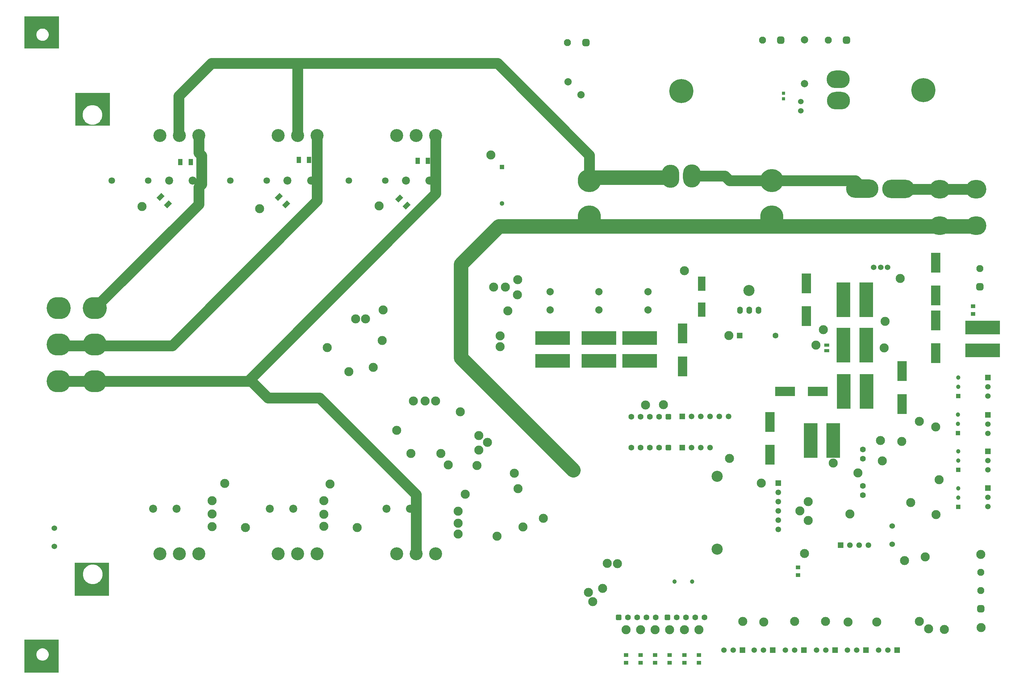
<source format=gbr>
%TF.GenerationSoftware,Altium Limited,Altium Designer,21.6.4 (81)*%
G04 Layer_Color=8388736*
%FSLAX43Y43*%
%MOMM*%
%TF.SameCoordinates,76D5CAF9-2094-4FD7-9A7B-915B2AFADFAF*%
%TF.FilePolarity,Negative*%
%TF.FileFunction,Soldermask,Top*%
%TF.Part,Single*%
G01*
G75*
%TA.AperFunction,SMDPad,CuDef*%
%ADD17R,2.500X5.500*%
%ADD18R,5.500X2.500*%
%ADD19R,3.750X9.500*%
%ADD20R,9.500X3.750*%
%ADD21R,1.200X1.100*%
%ADD22R,1.350X0.950*%
%ADD23R,2.000X4.000*%
%ADD24R,0.900X0.850*%
G04:AMPARAMS|DCode=25|XSize=1.8mm|YSize=1.3mm|CornerRadius=0mm|HoleSize=0mm|Usage=FLASHONLY|Rotation=45.000|XOffset=0mm|YOffset=0mm|HoleType=Round|Shape=Rectangle|*
%AMROTATEDRECTD25*
4,1,4,-0.177,-1.096,-1.096,-0.177,0.177,1.096,1.096,0.177,-0.177,-1.096,0.0*
%
%ADD25ROTATEDRECTD25*%

%ADD26R,1.300X1.800*%
%TA.AperFunction,ComponentPad*%
%ADD37C,6.604*%
%ADD38C,1.524*%
%ADD39C,2.000*%
%ADD40C,3.556*%
%ADD41C,1.950*%
G04:AMPARAMS|DCode=42|XSize=1.95mm|YSize=1.95mm|CornerRadius=0.488mm|HoleSize=0mm|Usage=FLASHONLY|Rotation=90.000|XOffset=0mm|YOffset=0mm|HoleType=Round|Shape=RoundedRectangle|*
%AMROUNDEDRECTD42*
21,1,1.950,0.975,0,0,90.0*
21,1,0.975,1.950,0,0,90.0*
1,1,0.975,0.488,0.488*
1,1,0.975,0.488,-0.488*
1,1,0.975,-0.488,-0.488*
1,1,0.975,-0.488,0.488*
%
%ADD42ROUNDEDRECTD42*%
%ADD44C,1.600*%
G04:AMPARAMS|DCode=45|XSize=1.6mm|YSize=1.6mm|CornerRadius=0.4mm|HoleSize=0mm|Usage=FLASHONLY|Rotation=180.000|XOffset=0mm|YOffset=0mm|HoleType=Round|Shape=RoundedRectangle|*
%AMROUNDEDRECTD45*
21,1,1.600,0.800,0,0,180.0*
21,1,0.800,1.600,0,0,180.0*
1,1,0.800,-0.400,0.400*
1,1,0.800,0.400,0.400*
1,1,0.800,0.400,-0.400*
1,1,0.800,-0.400,-0.400*
%
%ADD45ROUNDEDRECTD45*%
%ADD46C,1.550*%
%ADD47R,1.550X1.550*%
%ADD48R,1.500X1.500*%
%ADD49C,1.500*%
%ADD50R,1.550X1.550*%
%ADD51R,1.600X1.600*%
G04:AMPARAMS|DCode=52|XSize=1.95mm|YSize=1.95mm|CornerRadius=0.488mm|HoleSize=0mm|Usage=FLASHONLY|Rotation=180.000|XOffset=0mm|YOffset=0mm|HoleType=Round|Shape=RoundedRectangle|*
%AMROUNDEDRECTD52*
21,1,1.950,0.975,0,0,180.0*
21,1,0.975,1.950,0,0,180.0*
1,1,0.975,-0.488,0.488*
1,1,0.975,0.488,0.488*
1,1,0.975,0.488,-0.488*
1,1,0.975,-0.488,-0.488*
%
%ADD52ROUNDEDRECTD52*%
%ADD53O,4.826X6.350*%
%ADD54C,6.350*%
%ADD55O,6.350X4.826*%
%ADD56C,1.300*%
%ADD57R,1.300X1.300*%
%ADD58C,1.200*%
%ADD59R,1.200X1.200*%
%ADD60R,1.500X1.500*%
%ADD61C,2.200*%
%ADD62O,6.600X6.000*%
%ADD63O,5.588X5.080*%
%ADD64O,1.524X2.032*%
%ADD65C,3.048*%
%ADD66C,1.800*%
%ADD67O,8.890X5.080*%
%TA.AperFunction,NonConductor*%
%ADD120C,3.000*%
%ADD121C,4.000*%
%TA.AperFunction,ComponentPad*%
%ADD123C,2.489*%
G36*
X9456Y46D02*
X31D01*
Y9062D01*
X9456D01*
Y46D01*
D02*
G37*
G36*
X23261Y21133D02*
X13836D01*
Y30149D01*
X23261D01*
Y21133D01*
D02*
G37*
G36*
X23456Y150046D02*
X14031D01*
Y159062D01*
X23456D01*
Y150046D01*
D02*
G37*
G36*
X9515Y171209D02*
X31D01*
Y180046D01*
X9515D01*
Y171209D01*
D02*
G37*
%LPC*%
G36*
X5148Y6684D02*
X4852D01*
X4835Y6680D01*
X4816D01*
X4527Y6622D01*
X4510Y6615D01*
X4492Y6612D01*
X4219Y6499D01*
X4204Y6489D01*
X4188Y6482D01*
X3942Y6318D01*
X3929Y6305D01*
X3914Y6295D01*
X3705Y6086D01*
X3695Y6071D01*
X3682Y6058D01*
X3518Y5812D01*
X3511Y5796D01*
X3501Y5781D01*
X3388Y5508D01*
X3385Y5490D01*
X3378Y5473D01*
X3320Y5184D01*
Y5165D01*
X3316Y5148D01*
Y5000D01*
Y4852D01*
X3320Y4835D01*
Y4816D01*
X3378Y4527D01*
X3385Y4510D01*
X3388Y4492D01*
X3501Y4219D01*
X3511Y4204D01*
X3518Y4188D01*
X3682Y3942D01*
X3695Y3929D01*
X3705Y3914D01*
X3914Y3705D01*
X3929Y3695D01*
X3942Y3682D01*
X4188Y3518D01*
X4204Y3511D01*
X4219Y3501D01*
X4492Y3388D01*
X4510Y3385D01*
X4527Y3378D01*
X4816Y3320D01*
X4835D01*
X4852Y3316D01*
X5148D01*
X5165Y3320D01*
X5184D01*
X5473Y3378D01*
X5490Y3385D01*
X5508Y3388D01*
X5781Y3501D01*
X5796Y3511D01*
X5812Y3518D01*
X6058Y3682D01*
X6071Y3695D01*
X6086Y3705D01*
X6295Y3914D01*
X6305Y3929D01*
X6318Y3942D01*
X6482Y4188D01*
X6489Y4204D01*
X6499Y4219D01*
X6612Y4492D01*
X6615Y4510D01*
X6622Y4527D01*
X6680Y4816D01*
Y4835D01*
X6684Y4852D01*
Y5000D01*
Y5148D01*
X6680Y5165D01*
Y5184D01*
X6622Y5473D01*
X6615Y5490D01*
X6612Y5508D01*
X6499Y5781D01*
X6489Y5796D01*
X6482Y5812D01*
X6318Y6058D01*
X6305Y6071D01*
X6295Y6086D01*
X6086Y6295D01*
X6071Y6305D01*
X6058Y6318D01*
X5812Y6482D01*
X5796Y6489D01*
X5781Y6499D01*
X5508Y6612D01*
X5490Y6615D01*
X5473Y6622D01*
X5184Y6680D01*
X5165D01*
X5148Y6684D01*
D02*
G37*
G36*
X19026Y29684D02*
X18534D01*
X18516Y29680D01*
X18498D01*
X18015Y29584D01*
X17998Y29577D01*
X17981Y29573D01*
X17526Y29385D01*
X17511Y29375D01*
X17494Y29368D01*
X17084Y29094D01*
X17072Y29082D01*
X17057Y29072D01*
X16708Y28723D01*
X16698Y28708D01*
X16686Y28696D01*
X16412Y28286D01*
X16405Y28269D01*
X16395Y28254D01*
X16207Y27799D01*
X16203Y27782D01*
X16196Y27765D01*
X16100Y27282D01*
Y27264D01*
X16096Y27246D01*
Y27000D01*
Y26754D01*
X16100Y26736D01*
Y26718D01*
X16196Y26235D01*
X16203Y26218D01*
X16207Y26201D01*
X16395Y25746D01*
X16405Y25731D01*
X16412Y25714D01*
X16686Y25304D01*
X16698Y25292D01*
X16708Y25277D01*
X17057Y24928D01*
X17072Y24918D01*
X17084Y24906D01*
X17494Y24632D01*
X17511Y24625D01*
X17526Y24615D01*
X17981Y24427D01*
X17998Y24423D01*
X18015Y24416D01*
X18498Y24320D01*
X18516D01*
X18534Y24316D01*
X19026D01*
X19044Y24320D01*
X19062D01*
X19545Y24416D01*
X19562Y24423D01*
X19579Y24427D01*
X20034Y24615D01*
X20049Y24625D01*
X20066Y24632D01*
X20476Y24906D01*
X20488Y24918D01*
X20503Y24928D01*
X20852Y25277D01*
X20862Y25292D01*
X20874Y25304D01*
X21148Y25714D01*
X21155Y25731D01*
X21165Y25746D01*
X21353Y26201D01*
X21357Y26218D01*
X21364Y26235D01*
X21460Y26718D01*
Y26736D01*
X21464Y26754D01*
Y27000D01*
Y27246D01*
X21460Y27264D01*
Y27282D01*
X21364Y27765D01*
X21357Y27782D01*
X21353Y27799D01*
X21165Y28254D01*
X21155Y28269D01*
X21148Y28286D01*
X20874Y28696D01*
X20862Y28708D01*
X20852Y28723D01*
X20503Y29072D01*
X20488Y29082D01*
X20476Y29094D01*
X20066Y29368D01*
X20049Y29375D01*
X20034Y29385D01*
X19579Y29573D01*
X19562Y29577D01*
X19545Y29584D01*
X19062Y29680D01*
X19044D01*
X19026Y29684D01*
D02*
G37*
G36*
X18946Y155684D02*
X18454D01*
X18436Y155680D01*
X18418D01*
X17935Y155584D01*
X17918Y155577D01*
X17901Y155573D01*
X17446Y155385D01*
X17431Y155375D01*
X17414Y155368D01*
X17004Y155094D01*
X16992Y155082D01*
X16977Y155072D01*
X16628Y154723D01*
X16618Y154708D01*
X16606Y154696D01*
X16332Y154286D01*
X16325Y154269D01*
X16315Y154254D01*
X16127Y153799D01*
X16123Y153782D01*
X16116Y153765D01*
X16020Y153282D01*
Y153264D01*
X16016Y153246D01*
Y153000D01*
Y152754D01*
X16020Y152736D01*
Y152718D01*
X16116Y152235D01*
X16123Y152218D01*
X16127Y152201D01*
X16315Y151746D01*
X16325Y151731D01*
X16332Y151714D01*
X16606Y151304D01*
X16618Y151292D01*
X16628Y151277D01*
X16977Y150928D01*
X16992Y150918D01*
X17004Y150906D01*
X17414Y150632D01*
X17431Y150625D01*
X17446Y150615D01*
X17901Y150427D01*
X17918Y150423D01*
X17935Y150416D01*
X18418Y150320D01*
X18436D01*
X18454Y150316D01*
X18946D01*
X18964Y150320D01*
X18982D01*
X19465Y150416D01*
X19482Y150423D01*
X19499Y150427D01*
X19954Y150615D01*
X19969Y150625D01*
X19986Y150632D01*
X20396Y150906D01*
X20408Y150918D01*
X20423Y150928D01*
X20772Y151277D01*
X20782Y151292D01*
X20794Y151304D01*
X21068Y151714D01*
X21075Y151731D01*
X21085Y151746D01*
X21273Y152201D01*
X21277Y152218D01*
X21284Y152235D01*
X21380Y152718D01*
Y152736D01*
X21384Y152754D01*
Y153000D01*
Y153246D01*
X21380Y153264D01*
Y153282D01*
X21284Y153765D01*
X21277Y153782D01*
X21273Y153799D01*
X21085Y154254D01*
X21075Y154269D01*
X21068Y154286D01*
X20794Y154696D01*
X20782Y154708D01*
X20772Y154723D01*
X20423Y155072D01*
X20408Y155082D01*
X20396Y155094D01*
X19986Y155368D01*
X19969Y155375D01*
X19954Y155385D01*
X19499Y155573D01*
X19482Y155577D01*
X19465Y155584D01*
X18982Y155680D01*
X18964D01*
X18946Y155684D01*
D02*
G37*
G36*
X5148Y176684D02*
X4852D01*
X4835Y176680D01*
X4816D01*
X4527Y176622D01*
X4510Y176615D01*
X4492Y176612D01*
X4219Y176499D01*
X4204Y176489D01*
X4188Y176482D01*
X3942Y176318D01*
X3929Y176305D01*
X3914Y176295D01*
X3705Y176086D01*
X3695Y176071D01*
X3682Y176058D01*
X3518Y175812D01*
X3511Y175796D01*
X3501Y175781D01*
X3388Y175508D01*
X3385Y175490D01*
X3378Y175473D01*
X3320Y175184D01*
Y175165D01*
X3316Y175148D01*
Y175000D01*
Y174852D01*
X3320Y174835D01*
Y174816D01*
X3378Y174527D01*
X3385Y174510D01*
X3388Y174492D01*
X3501Y174219D01*
X3511Y174204D01*
X3518Y174188D01*
X3682Y173942D01*
X3695Y173929D01*
X3705Y173914D01*
X3914Y173705D01*
X3929Y173695D01*
X3942Y173682D01*
X4188Y173518D01*
X4204Y173511D01*
X4219Y173501D01*
X4492Y173388D01*
X4510Y173385D01*
X4527Y173378D01*
X4816Y173320D01*
X4835D01*
X4852Y173316D01*
X5148D01*
X5165Y173320D01*
X5184D01*
X5473Y173378D01*
X5490Y173385D01*
X5508Y173388D01*
X5781Y173501D01*
X5796Y173511D01*
X5812Y173518D01*
X6058Y173682D01*
X6071Y173695D01*
X6086Y173705D01*
X6295Y173914D01*
X6305Y173929D01*
X6318Y173942D01*
X6482Y174188D01*
X6489Y174204D01*
X6499Y174219D01*
X6612Y174492D01*
X6615Y174510D01*
X6622Y174527D01*
X6680Y174816D01*
Y174835D01*
X6684Y174852D01*
Y175000D01*
Y175148D01*
X6680Y175165D01*
Y175184D01*
X6622Y175473D01*
X6615Y175490D01*
X6612Y175508D01*
X6499Y175781D01*
X6489Y175796D01*
X6482Y175812D01*
X6318Y176058D01*
X6305Y176071D01*
X6295Y176086D01*
X6086Y176295D01*
X6071Y176305D01*
X6058Y176318D01*
X5812Y176482D01*
X5796Y176489D01*
X5781Y176499D01*
X5508Y176612D01*
X5490Y176615D01*
X5473Y176622D01*
X5184Y176680D01*
X5165D01*
X5148Y176684D01*
D02*
G37*
%LPD*%
D17*
X250000Y112500D02*
D03*
Y103500D02*
D03*
X180575Y84050D02*
D03*
Y93050D02*
D03*
X204525Y68775D02*
D03*
Y59775D02*
D03*
X240775Y73725D02*
D03*
Y82725D02*
D03*
X214450Y97825D02*
D03*
Y106825D02*
D03*
X250000Y96625D02*
D03*
Y87625D02*
D03*
D18*
X208625Y77175D02*
D03*
X217625D02*
D03*
D19*
X231025Y77175D02*
D03*
X224775D02*
D03*
X230900Y102350D02*
D03*
X224650D02*
D03*
X224650Y89883D02*
D03*
X230900D02*
D03*
X215650Y63725D02*
D03*
X221900D02*
D03*
D20*
X262800Y94650D02*
D03*
Y88400D02*
D03*
X144872Y85525D02*
D03*
Y91775D02*
D03*
X157565Y85525D02*
D03*
Y91775D02*
D03*
X168750Y85525D02*
D03*
Y91775D02*
D03*
D21*
X260200Y98418D02*
D03*
Y100518D02*
D03*
X212225Y26825D02*
D03*
Y28925D02*
D03*
X169021Y4871D02*
D03*
Y2771D02*
D03*
X173021Y4871D02*
D03*
Y2771D02*
D03*
X165021D02*
D03*
X177021D02*
D03*
X181021D02*
D03*
X185021D02*
D03*
X165021Y4871D02*
D03*
X177021D02*
D03*
X181021D02*
D03*
X185021D02*
D03*
D22*
X220100Y88325D02*
D03*
Y89825D02*
D03*
D23*
X185750Y106675D02*
D03*
Y99575D02*
D03*
D24*
X208246Y158967D02*
D03*
Y157417D02*
D03*
D25*
X37392Y130508D02*
D03*
X39408Y128492D02*
D03*
X71808D02*
D03*
X69792Y130508D02*
D03*
X102792Y130108D02*
D03*
X104808Y128092D02*
D03*
D26*
X75275Y140700D02*
D03*
X78125D02*
D03*
X107875Y140400D02*
D03*
X110725D02*
D03*
X42825Y140100D02*
D03*
X45675D02*
D03*
D37*
X246539Y159840D02*
D03*
X180160Y159539D02*
D03*
D38*
X8225Y34675D02*
D03*
Y39625D02*
D03*
X213000Y156655D02*
D03*
Y154155D02*
D03*
X238031Y35285D02*
D03*
Y40235D02*
D03*
X234873Y111221D02*
D03*
X232968D02*
D03*
X236778D02*
D03*
D39*
X171082Y99500D02*
D03*
Y104500D02*
D03*
X157632D02*
D03*
Y99500D02*
D03*
X144232D02*
D03*
Y104500D02*
D03*
X149107Y162068D02*
D03*
X152643Y158532D02*
D03*
X214000Y161575D02*
D03*
Y173575D02*
D03*
D40*
X107500Y147365D02*
D03*
X112834D02*
D03*
X102166D02*
D03*
X75000D02*
D03*
X80334D02*
D03*
X69666D02*
D03*
X42500D02*
D03*
X47834D02*
D03*
X37166D02*
D03*
X47834Y32635D02*
D03*
X42500D02*
D03*
X37166D02*
D03*
X75000D02*
D03*
X69666D02*
D03*
X80334D02*
D03*
X107500D02*
D03*
X102166D02*
D03*
X112834D02*
D03*
D41*
X262320Y22590D02*
D03*
Y27590D02*
D03*
X262075Y110875D02*
D03*
X202500Y173500D02*
D03*
X149000Y172800D02*
D03*
X220500Y173500D02*
D03*
D42*
X262320Y17590D02*
D03*
X262075Y105875D02*
D03*
D44*
X171536Y70213D02*
D03*
X174076D02*
D03*
X166456D02*
D03*
X168996D02*
D03*
X171536Y61773D02*
D03*
X174076D02*
D03*
X166456D02*
D03*
X168996D02*
D03*
X181491Y15221D02*
D03*
X178951D02*
D03*
X184031D02*
D03*
X186571D02*
D03*
X206013Y92475D02*
D03*
X230000Y58730D02*
D03*
Y61270D02*
D03*
Y51270D02*
D03*
Y48730D02*
D03*
X173216Y15196D02*
D03*
X170676D02*
D03*
X165596D02*
D03*
X168136D02*
D03*
D45*
X176616Y70213D02*
D03*
Y61773D02*
D03*
X176411Y15221D02*
D03*
X163056Y15196D02*
D03*
D46*
X185550Y61775D02*
D03*
X183010D02*
D03*
X188090D02*
D03*
X183008Y70302D02*
D03*
X185548D02*
D03*
X188088D02*
D03*
X190628D02*
D03*
X193168D02*
D03*
X206752Y39297D02*
D03*
Y41836D02*
D03*
Y44376D02*
D03*
Y46917D02*
D03*
Y49457D02*
D03*
X231480Y35010D02*
D03*
X228940D02*
D03*
X226400D02*
D03*
D47*
X180470Y61775D02*
D03*
X180468Y70302D02*
D03*
X223860Y35010D02*
D03*
D48*
X239405Y6250D02*
D03*
X230850D02*
D03*
X222375Y6251D02*
D03*
X196942Y6225D02*
D03*
X213793Y6229D02*
D03*
X205285Y6220D02*
D03*
D49*
X236865Y6250D02*
D03*
X234325D02*
D03*
X228310D02*
D03*
X225770D02*
D03*
X219835Y6251D02*
D03*
X217295D02*
D03*
X194402Y6225D02*
D03*
X191862D02*
D03*
X211253Y6229D02*
D03*
X208713D02*
D03*
X202745Y6220D02*
D03*
X200205D02*
D03*
X264306Y55644D02*
D03*
Y58184D02*
D03*
Y45544D02*
D03*
Y48084D02*
D03*
Y75919D02*
D03*
Y78459D02*
D03*
Y65654D02*
D03*
Y68194D02*
D03*
D50*
X206752Y51996D02*
D03*
D51*
X196237Y92475D02*
D03*
D52*
X207500Y173500D02*
D03*
X154000Y172800D02*
D03*
X225500Y173500D02*
D03*
D53*
X177239Y136171D02*
D03*
X183081Y136298D02*
D03*
D54*
X205000Y135000D02*
D03*
Y125000D02*
D03*
X155000D02*
D03*
Y135000D02*
D03*
D55*
X223171Y162761D02*
D03*
X223298Y156919D02*
D03*
D56*
X131050Y128700D02*
D03*
D57*
Y138700D02*
D03*
D58*
X256111Y80939D02*
D03*
Y78399D02*
D03*
X256101Y70814D02*
D03*
Y68274D02*
D03*
X256111Y50599D02*
D03*
Y48059D02*
D03*
Y60749D02*
D03*
Y58209D02*
D03*
X178310Y25000D02*
D03*
X183190D02*
D03*
D59*
X256111Y75859D02*
D03*
X256101Y65734D02*
D03*
X256111Y45519D02*
D03*
Y55669D02*
D03*
D60*
X264306Y60724D02*
D03*
Y50624D02*
D03*
Y80999D02*
D03*
Y70734D02*
D03*
D61*
X99350Y45000D02*
D03*
X105800D02*
D03*
X67350D02*
D03*
X73800D02*
D03*
X35350D02*
D03*
X41800D02*
D03*
X46150Y135000D02*
D03*
X111150D02*
D03*
X104700D02*
D03*
X78650D02*
D03*
X72200D02*
D03*
X39700D02*
D03*
D62*
X9460Y100000D02*
D03*
X19366D02*
D03*
Y90000D02*
D03*
X9460D02*
D03*
X19366Y80000D02*
D03*
X9460D02*
D03*
D63*
X251100Y122650D02*
D03*
X261100D02*
D03*
X251100Y132650D02*
D03*
X261100D02*
D03*
D64*
X198852Y99414D02*
D03*
X196312D02*
D03*
X201392D02*
D03*
D65*
X198725Y104875D02*
D03*
X190000Y53874D02*
D03*
Y33935D02*
D03*
D66*
X24000Y135000D02*
D03*
X99000D02*
D03*
X89000D02*
D03*
X66500D02*
D03*
X56500D02*
D03*
X34000D02*
D03*
D67*
X229793Y132811D02*
D03*
X239699Y132684D02*
D03*
D120*
X47834Y142641D02*
Y147365D01*
Y142641D02*
X48600Y141875D01*
X47834Y128468D02*
Y133192D01*
X48600Y133958D01*
X192151Y136274D02*
X193425Y135000D01*
X239175Y132600D02*
X261050D01*
X227950Y135000D02*
X230025Y132925D01*
X204775Y135000D02*
X227950D01*
X193425D02*
X205825D01*
X183105Y136274D02*
X192151D01*
X75000Y147113D02*
Y167099D01*
X42400Y147465D02*
X42500Y147365D01*
X42400Y147465D02*
Y158225D01*
X51300Y167125D01*
X129800D01*
X155000Y141925D01*
Y135800D02*
Y141925D01*
X10125Y80000D02*
X62275D01*
X66850Y75425D01*
X9100Y89725D02*
X40550D01*
X80334Y129509D01*
Y147365D01*
X19366Y100000D02*
X47834Y128468D01*
X48600Y133958D02*
Y141875D01*
X61732Y80332D02*
X112834Y131434D01*
Y147365D01*
X66850Y75425D02*
X80945D01*
X107500Y48870D01*
Y32635D02*
Y48870D01*
D121*
X155000Y135800D02*
X177100D01*
X119775Y86405D02*
X150577Y55602D01*
X130175Y122475D02*
X261087D01*
X119775Y112075D02*
X130175Y122475D01*
X119775Y86405D02*
Y112075D01*
D123*
X89030Y82561D02*
D03*
X95707Y83761D02*
D03*
X112782Y74555D02*
D03*
X98130Y91161D02*
D03*
X135450Y50525D02*
D03*
X83854Y51783D02*
D03*
X159850Y29975D02*
D03*
X202126Y51996D02*
D03*
X233795Y13916D02*
D03*
X124675Y61050D02*
D03*
X114275Y60125D02*
D03*
X134425Y54725D02*
D03*
X241450Y30740D02*
D03*
X154725Y22020D02*
D03*
X155868Y19547D02*
D03*
X158625Y23163D02*
D03*
X162682Y29925D02*
D03*
X221900Y57489D02*
D03*
X215000Y46910D02*
D03*
X212725Y44425D02*
D03*
X215000Y41775D02*
D03*
X226400Y43526D02*
D03*
X170378Y73427D02*
D03*
X175328Y73502D02*
D03*
X185021Y11821D02*
D03*
X181021D02*
D03*
X177021D02*
D03*
X173021D02*
D03*
X169021D02*
D03*
X165021D02*
D03*
X228620Y54822D02*
D03*
X32325Y127856D02*
D03*
X90869Y97088D02*
D03*
X217075Y89825D02*
D03*
X235800Y89075D02*
D03*
X225900Y13916D02*
D03*
X219749Y14101D02*
D03*
X202801Y13931D02*
D03*
X211253Y14079D02*
D03*
X193200Y92475D02*
D03*
X219183Y94070D02*
D03*
X235321Y58142D02*
D03*
X245496Y68984D02*
D03*
X250084Y43420D02*
D03*
X243081Y46709D02*
D03*
X250871Y52968D02*
D03*
X197027Y14100D02*
D03*
X135347Y107828D02*
D03*
X135225Y103650D02*
D03*
X130525Y89475D02*
D03*
X130466Y92400D02*
D03*
X132622Y99259D02*
D03*
X131950Y105743D02*
D03*
X128686Y105765D02*
D03*
X109932Y74555D02*
D03*
X106675D02*
D03*
X116300Y57000D02*
D03*
X106059Y60154D02*
D03*
X102136Y66538D02*
D03*
X93564Y97088D02*
D03*
X83082Y89211D02*
D03*
X240642Y63409D02*
D03*
X249925Y67393D02*
D03*
X236075Y96425D02*
D03*
X240270Y108168D02*
D03*
X181027Y110291D02*
D03*
X193375Y58750D02*
D03*
X234809Y63700D02*
D03*
X124622Y65080D02*
D03*
X127022Y63175D02*
D03*
X142349Y42380D02*
D03*
X136800Y40032D02*
D03*
X124145Y56832D02*
D03*
X119620Y71539D02*
D03*
X127950Y142000D02*
D03*
X213999Y32725D02*
D03*
X119000Y38050D02*
D03*
X82200Y40189D02*
D03*
X51535Y40075D02*
D03*
Y47151D02*
D03*
X60626Y39800D02*
D03*
X51535Y43525D02*
D03*
X55006Y51975D02*
D03*
X82200Y43440D02*
D03*
X91308Y39789D02*
D03*
X82200Y47190D02*
D03*
X129672Y37476D02*
D03*
X119000Y44322D02*
D03*
Y41040D02*
D03*
X120931Y48972D02*
D03*
X97325Y128025D02*
D03*
X64575Y127325D02*
D03*
X98396Y99522D02*
D03*
X245450Y14075D02*
D03*
X262340Y32480D02*
D03*
X262390Y12370D02*
D03*
X248000Y12016D02*
D03*
X252340Y11856D02*
D03*
X247064Y31800D02*
D03*
%TF.MD5,8f843c8eaa0a8d0deeebb52fa8c29278*%
M02*

</source>
